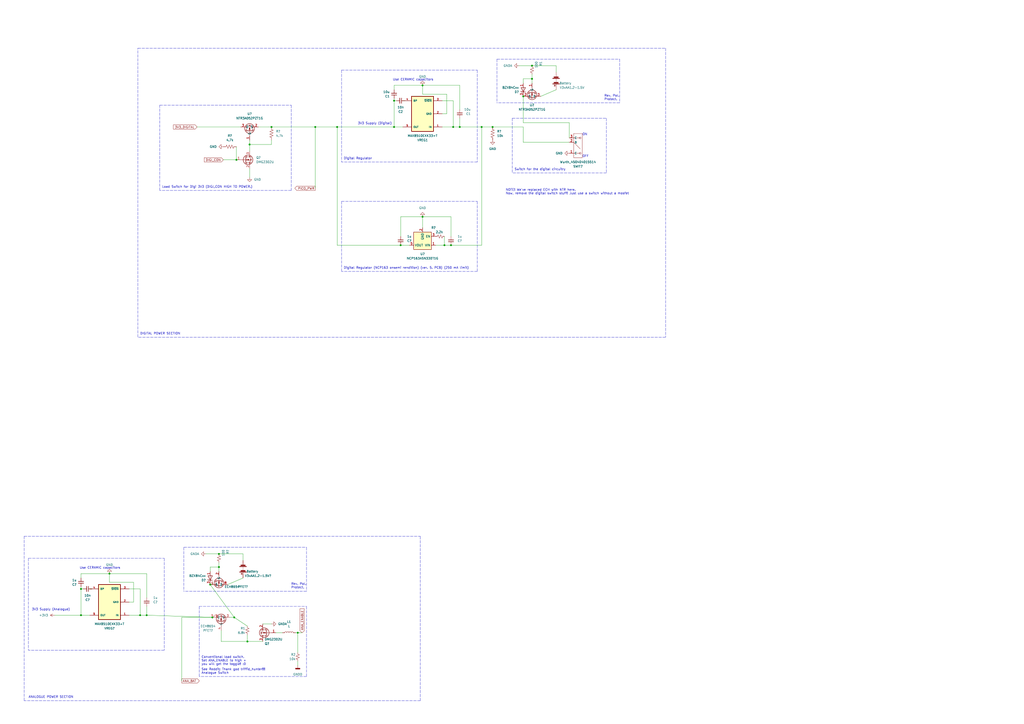
<source format=kicad_sch>
(kicad_sch (version 20211123) (generator eeschema)
  (paper "A2")
  (lib_symbols
    (symbol "Device:Battery" (pin_numbers hide) (pin_names (offset 0) hide)
      (property "Reference" "BT" (at 2.54 2.54 0))
      (property "Value" "Battery" (at 2.54 0 0))
      (symbol "Battery_0_1"
        (rectangle (start -2.032 -1.397) (end 2.032 -1.651) (fill (type outline)))
        (rectangle (start -2.032 1.778) (end 2.032 1.524) (fill (type outline)))
        (rectangle (start -1.3208 -1.9812) (end 1.27 -2.4892) (fill (type outline)))
        (rectangle (start -1.3208 1.1938) (end 1.27 0.6858) (fill (type outline)))
        (polyline (pts (xy 0 -1.524) (xy 0 -1.27)))
        (polyline (pts (xy 0 -1.016) (xy 0 -0.762)))
        (polyline (pts (xy 0 -0.508) (xy 0 -0.254)))
        (polyline (pts (xy 0 0) (xy 0 0.254)))
        (polyline (pts (xy 0 0.508) (xy 0 0.762)))
        (polyline (pts (xy 0 1.778) (xy 0 2.54)))
        (polyline (pts (xy 0.254 2.667) (xy 1.27 2.667)) (stroke (width 0.254)))
        (polyline (pts (xy 0.762 3.175) (xy 0.762 2.159)) (stroke (width 0.254)))
      )
      (symbol "Battery_1_1"
        (pin passive line (at 0 5.08 270) (length 2.54) (name "+") (number "1"))
        (pin passive line (at 0 -5.08 90) (length 2.54) (name "-") (number "2"))
      )
    )
    (symbol "Device:C_Small" (pin_numbers hide) (pin_names (offset 0.254) hide)
      (property "Reference" "C" (at 0.254 1.778 0))
      (property "Value" "C_Small" (at 0.254 -2.032 0))
      (symbol "C_Small_0_1"
        (polyline (pts (xy -1.524 -0.508) (xy 1.524 -0.508)) (stroke (width 0.3302)))
        (polyline (pts (xy -1.524 0.508) (xy 1.524 0.508)) (stroke (width 0.3048)))
      )
      (symbol "C_Small_1_1"
        (pin passive line (at 0 2.54 270) (length 2.032) (name "~") (number "1"))
        (pin passive line (at 0 -2.54 90) (length 2.032) (name "~") (number "2"))
      )
    )
    (symbol "Device:L" (pin_numbers hide) (pin_names (offset 1.016) hide)
      (property "Reference" "L" (at -1.27 0 90))
      (property "Value" "L" (at 1.905 0 90))
      (symbol "L_0_1"
        (arc (start 0 -2.54) (mid 0.635 -1.905) (end 0 -1.27))
        (arc (start 0 -1.27) (mid 0.635 -0.635) (end 0 0))
        (arc (start 0 0) (mid 0.635 0.635) (end 0 1.27))
        (arc (start 0 1.27) (mid 0.635 1.905) (end 0 2.54))
      )
      (symbol "L_1_1"
        (pin passive line (at 0 3.81 270) (length 1.27) (name "1") (number "1"))
        (pin passive line (at 0 -3.81 90) (length 1.27) (name "2") (number "2"))
      )
    )
    (symbol "Device:R_Small_US" (pin_numbers hide) (pin_names (offset 0.254) hide)
      (property "Reference" "R" (at 0.762 0.508 0))
      (property "Value" "R_Small_US" (at 0.762 -1.016 0))
      (symbol "R_Small_US_1_1"
        (polyline (pts (xy 0 0) (xy 1.016 -0.381) (xy 0 -0.762) (xy -1.016 -1.143) (xy 0 -1.524)))
        (polyline (pts (xy 0 1.524) (xy 1.016 1.143) (xy 0 0.762) (xy -1.016 0.381) (xy 0 0)))
        (pin passive line (at 0 2.54 270) (length 1.016) (name "~") (number "1"))
        (pin passive line (at 0 -2.54 90) (length 1.016) (name "~") (number "2"))
      )
    )
    (symbol "Device:R_US" (pin_numbers hide) (pin_names (offset 0))
      (property "Reference" "R" (at 2.54 0 90))
      (property "Value" "R_US" (at -2.54 0 90))
      (symbol "R_US_0_1"
        (polyline (pts (xy 0 -2.286) (xy 0 -2.54)))
        (polyline (pts (xy 0 2.286) (xy 0 2.54)))
        (polyline (pts (xy 0 -0.762) (xy 1.016 -1.143) (xy 0 -1.524) (xy -1.016 -1.905) (xy 0 -2.286)))
        (polyline (pts (xy 0 0.762) (xy 1.016 0.381) (xy 0 0) (xy -1.016 -0.381) (xy 0 -0.762)))
        (polyline (pts (xy 0 2.286) (xy 1.016 1.905) (xy 0 1.524) (xy -1.016 1.143) (xy 0 0.762)))
      )
      (symbol "R_US_1_1"
        (pin passive line (at 0 3.81 270) (length 1.27) (name "~") (number "1"))
        (pin passive line (at 0 -3.81 90) (length 1.27) (name "~") (number "2"))
      )
    )
    (symbol "Diode:BZX84Cxx" (pin_names hide)
      (property "Reference" "D" (at 0 3.81 0))
      (property "Value" "BZX84Cxx" (at 0 -3.81 0))
      (symbol "BZX84Cxx_0_1"
        (polyline (pts (xy 1.27 0) (xy -1.27 0)))
        (polyline (pts (xy -1.27 -1.27) (xy -1.27 1.27) (xy -0.762 1.27)) (stroke (width 0.254)))
        (polyline (pts (xy 1.27 -1.27) (xy 1.27 1.27) (xy -1.27 0) (xy 1.27 -1.27)) (stroke (width 0.254)))
      )
      (symbol "BZX84Cxx_1_1"
        (pin passive line (at 3.81 0 180) (length 2.54) (name "A") (number "1"))
        (pin no_connect line (at 1.27 0 180) (length 2.54) hide (name "NC") (number "2"))
        (pin passive line (at -3.81 0 0) (length 2.54) (name "K") (number "3"))
      )
    )
    (symbol "ECH8654 _1"
      (property "Reference" "PFET?" (at -8.89 8.89 90))
      (property "Value" "ECH8654 " (at -7.62 11.43 90))
      (symbol "ECH8654 _1_0_1"
        (polyline (pts (xy -1.016 0) (xy -3.81 0)))
        (polyline (pts (xy -1.016 1.905) (xy -1.016 -1.905)) (stroke (width 0.254)))
        (polyline (pts (xy -0.508 -1.27) (xy -0.508 -2.286)) (stroke (width 0.254)))
        (polyline (pts (xy -0.508 0.508) (xy -0.508 -0.508)) (stroke (width 0.254)))
        (polyline (pts (xy -0.508 2.286) (xy -0.508 1.27)) (stroke (width 0.254)))
        (polyline (pts (xy 1.27 2.54) (xy 1.27 1.778)))
        (polyline (pts (xy 1.27 -2.54) (xy 1.27 0) (xy -0.508 0)))
        (polyline (pts (xy -0.508 1.778) (xy 2.032 1.778) (xy 2.032 -1.778) (xy -0.508 -1.778)))
        (polyline (pts (xy 1.016 0) (xy 0 0.381) (xy 0 -0.381) (xy 1.016 0)) (fill (type outline)))
        (polyline (pts (xy 1.524 -0.508) (xy 1.651 -0.381) (xy 2.413 -0.381) (xy 2.54 -0.254)))
        (polyline (pts (xy 2.032 -0.381) (xy 1.651 0.254) (xy 2.413 0.254) (xy 2.032 -0.381)))
        (circle (center 0.381 0) (radius 2.794) (stroke (width 0.254)))
        (circle (center 1.27 -1.778) (radius 0.254) (fill (type outline)))
        (circle (center 1.27 1.778) (radius 0.254) (fill (type outline)))
      )
      (symbol "ECH8654 _1_1_1"
        (pin passive line (at 1.27 -5.08 90) (length 2.54) (name "S") (number "3"))
        (pin passive line (at -6.35 0 0) (length 2.54) (name "G") (number "4"))
        (pin passive line (at 1.27 5.08 270) (length 2.54) (name "D") (number "5/6"))
      )
    )
    (symbol "ECH8654-TL-H_PFET:ECH8654 "
      (property "Reference" "PFET" (at 5.08 0 90))
      (property "Value" "ECH8654 " (at 7.62 0 90))
      (symbol "ECH8654 _0_1"
        (polyline (pts (xy -1.016 0) (xy -3.81 0)))
        (polyline (pts (xy -1.016 1.905) (xy -1.016 -1.905)) (stroke (width 0.254)))
        (polyline (pts (xy -0.508 -1.27) (xy -0.508 -2.286)) (stroke (width 0.254)))
        (polyline (pts (xy -0.508 0.508) (xy -0.508 -0.508)) (stroke (width 0.254)))
        (polyline (pts (xy -0.508 2.286) (xy -0.508 1.27)) (stroke (width 0.254)))
        (polyline (pts (xy 1.27 2.54) (xy 1.27 1.778)))
        (polyline (pts (xy 1.27 -2.54) (xy 1.27 0) (xy -0.508 0)))
        (polyline (pts (xy -0.508 1.778) (xy 2.032 1.778) (xy 2.032 -1.778) (xy -0.508 -1.778)))
        (polyline (pts (xy 1.016 0) (xy 0 0.381) (xy 0 -0.381) (xy 1.016 0)) (fill (type outline)))
        (polyline (pts (xy 1.524 -0.508) (xy 1.651 -0.381) (xy 2.413 -0.381) (xy 2.54 -0.254)))
        (polyline (pts (xy 2.032 -0.381) (xy 1.651 0.254) (xy 2.413 0.254) (xy 2.032 -0.381)))
        (circle (center 0.381 0) (radius 2.794) (stroke (width 0.254)))
        (circle (center 1.27 -1.778) (radius 0.254) (fill (type outline)))
        (circle (center 1.27 1.778) (radius 0.254) (fill (type outline)))
      )
      (symbol "ECH8654 _1_1"
        (pin passive line (at 1.27 -5.08 90) (length 2.54) (name "S") (number "1"))
        (pin passive line (at -6.35 0 0) (length 2.54) (name "G") (number "2"))
        (pin passive line (at 1.27 -5.08 90) (length 2.54) hide (name "S") (number "2"))
        (pin passive line (at 1.27 -5.08 90) (length 2.54) hide (name "S") (number "3"))
        (pin passive line (at 1.27 5.08 270) (length 2.54) (name "D") (number "8"))
      )
    )
    (symbol "MAX8510EXK33T:MAX8510EXK33T" (pin_names (offset 1.016))
      (property "Reference" "U" (at -12.7 11.1506 0))
      (property "Value" "MAX8510EXK33T" (at -12.7 -14.1478 0))
      (symbol "MAX8510EXK33T_0_0"
        (rectangle (start -12.7 10.16) (end 0 -10.16) (stroke (width 0.4064)) (fill (type background)))
        (pin input line (at -17.78 7.62 0) (length 5.08) (name "IN") (number "1"))
        (pin power_in line (at -17.78 0 0) (length 5.08) (name "GND") (number "2"))
        (pin bidirectional line (at -17.78 -7.62 0) (length 5.08) (name "~{SHDN}") (number "3"))
        (pin bidirectional line (at 5.08 -7.62 180) (length 5.08) (name "BP") (number "4"))
        (pin output line (at 5.08 7.62 180) (length 5.08) (name "OUT") (number "5"))
      )
    )
    (symbol "NTR3A052PZT1G:NTR3A052PZT1G"
      (property "Reference" "U" (at 0 0 0))
      (property "Value" "NTR3A052PZT1G" (at 0 0 0))
      (symbol "NTR3A052PZT1G_0_1"
        (circle (center -1.778 -3.81) (radius 0.254) (fill (type outline)))
        (circle (center 0 -4.699) (radius 2.794) (stroke (width 0.254)))
        (polyline (pts (xy -2.54 -3.81) (xy -1.778 -3.81)))
        (polyline (pts (xy -2.286 -5.588) (xy -1.27 -5.588)) (stroke (width 0.254)))
        (polyline (pts (xy -1.905 -6.096) (xy 1.905 -6.096)) (stroke (width 0.254)))
        (polyline (pts (xy -0.508 -5.588) (xy 0.508 -5.588)) (stroke (width 0.254)))
        (polyline (pts (xy 0 -6.096) (xy 0 -8.89)))
        (polyline (pts (xy 1.27 -5.588) (xy 2.286 -5.588)) (stroke (width 0.254)))
        (polyline (pts (xy 2.54 -3.81) (xy 0 -3.81) (xy 0 -5.588)))
        (polyline (pts (xy -1.778 -5.588) (xy -1.778 -3.048) (xy 1.778 -3.048) (xy 1.778 -5.588)))
        (polyline (pts (xy 0 -4.064) (xy -0.381 -5.08) (xy 0.381 -5.08) (xy 0 -4.064)) (fill (type outline)))
        (polyline (pts (xy 0.381 -3.048) (xy -0.254 -3.429) (xy -0.254 -2.667) (xy 0.381 -3.048)))
        (polyline (pts (xy 0.508 -3.556) (xy 0.381 -3.429) (xy 0.381 -2.667) (xy 0.254 -2.54)))
        (circle (center 1.778 -3.81) (radius 0.254) (fill (type outline)))
      )
      (symbol "NTR3A052PZT1G_1_1"
        (pin passive line (at 0 -11.43 90) (length 2.54) (name "G") (number "1"))
        (pin passive line (at 5.08 -3.81 180) (length 2.54) (name "S") (number "2"))
        (pin passive line (at -5.08 -3.81 0) (length 2.54) (name "D") (number "3"))
      )
    )
    (symbol "Regulator_Linear:NCP163ASN330T1G"
      (property "Reference" "U" (at 0 8.89 0))
      (property "Value" "NCP163ASN330T1G" (at 0 6.35 0))
      (symbol "NCP163ASN330T1G_0_1"
        (rectangle (start -5.08 5.08) (end 5.08 -5.08) (stroke (width 0.254)) (fill (type background)))
      )
      (symbol "NCP163ASN330T1G_1_1"
        (pin power_in line (at -7.62 2.54 0) (length 2.54) (name "VIN") (number "1"))
        (pin power_in line (at 0 -7.62 90) (length 2.54) (name "GND") (number "2"))
        (pin input line (at -7.62 -2.54 0) (length 2.54) (name "EN") (number "3"))
        (pin no_connect line (at 5.08 -2.54 180) (length 2.54) hide (name "NC") (number "4"))
        (pin power_out line (at 7.62 2.54 180) (length 2.54) (name "VOUT") (number "5"))
      )
    )
    (symbol "Transistor_FET:DMG2302U" (pin_names hide)
      (property "Reference" "Q" (at 5.08 1.905 0))
      (property "Value" "DMG2302U" (at 5.08 0 0))
      (symbol "DMG2302U_0_1"
        (polyline (pts (xy 0.254 0) (xy -2.54 0)))
        (polyline (pts (xy 0.254 1.905) (xy 0.254 -1.905)) (stroke (width 0.254)))
        (polyline (pts (xy 0.762 -1.27) (xy 0.762 -2.286)) (stroke (width 0.254)))
        (polyline (pts (xy 0.762 0.508) (xy 0.762 -0.508)) (stroke (width 0.254)))
        (polyline (pts (xy 0.762 2.286) (xy 0.762 1.27)) (stroke (width 0.254)))
        (polyline (pts (xy 2.54 2.54) (xy 2.54 1.778)))
        (polyline (pts (xy 2.54 -2.54) (xy 2.54 0) (xy 0.762 0)))
        (polyline (pts (xy 0.762 -1.778) (xy 3.302 -1.778) (xy 3.302 1.778) (xy 0.762 1.778)))
        (polyline (pts (xy 1.016 0) (xy 2.032 0.381) (xy 2.032 -0.381) (xy 1.016 0)) (fill (type outline)))
        (polyline (pts (xy 2.794 0.508) (xy 2.921 0.381) (xy 3.683 0.381) (xy 3.81 0.254)))
        (polyline (pts (xy 3.302 0.381) (xy 2.921 -0.254) (xy 3.683 -0.254) (xy 3.302 0.381)))
        (circle (center 1.651 0) (radius 2.794) (stroke (width 0.254)))
        (circle (center 2.54 -1.778) (radius 0.254) (fill (type outline)))
        (circle (center 2.54 1.778) (radius 0.254) (fill (type outline)))
      )
      (symbol "DMG2302U_1_1"
        (pin input line (at -5.08 0 0) (length 2.54) (name "G") (number "1"))
        (pin passive line (at 2.54 -5.08 90) (length 2.54) (name "S") (number "2"))
        (pin passive line (at 2.54 5.08 270) (length 2.54) (name "D") (number "3"))
      )
    )
    (symbol "Wurth_Switch:Wurth_450404015514"
      (property "Reference" "SWIT" (at 0 10.16 0))
      (property "Value" "Wurth_450404015514" (at 0 7.62 0))
      (symbol "Wurth_450404015514_0_0"
        (circle (center -1.27 -7.62) (radius 0.508))
        (circle (center -1.27 1.27) (radius 0.508))
      )
      (symbol "Wurth_450404015514_0_1"
        (rectangle (start -2.54 3.81) (end 2.54 -10.16))
        (polyline (pts (xy 2.54 -7.62) (xy -1.27 -7.62)))
        (polyline (pts (xy 2.54 -5.08) (xy -1.27 -1.27)))
        (polyline (pts (xy 2.54 1.27) (xy -1.27 1.27)))
      )
      (symbol "Wurth_450404015514_1_1"
        (pin passive line (at 5.08 1.27 180) (length 2.54) (name "C") (number "1"))
        (pin passive line (at 5.08 -5.08 180) (length 2.54) (name "B") (number "2"))
        (pin passive line (at 5.08 -7.62 180) (length 2.54) (name "C") (number "3"))
      )
    )
    (symbol "power:+3V3" (power) (pin_names (offset 0))
      (property "Value" "+3V3" (at 0 3.556 0))
      (symbol "+3V3_0_1"
        (polyline (pts (xy -0.762 1.27) (xy 0 2.54)))
        (polyline (pts (xy 0 0) (xy 0 2.54)))
        (polyline (pts (xy 0 2.54) (xy 0.762 1.27)))
      )
      (symbol "+3V3_1_1"
        (pin power_in line (at 0 0 90) (length 0) hide (name "+3V3") (number "1"))
      )
    )
    (symbol "power:GND" (power) (pin_names (offset 0))
      (property "Value" "GND" (at 0 -3.81 0))
      (symbol "GND_0_1"
        (polyline (pts (xy 0 0) (xy 0 -1.27) (xy 1.27 -1.27) (xy 0 -2.54) (xy -1.27 -1.27) (xy 0 -1.27)))
      )
      (symbol "GND_1_1"
        (pin power_in line (at 0 0 270) (length 0) hide (name "GND") (number "1"))
      )
    )
    (symbol "power:GNDA" (power) (pin_names (offset 0))
      (property "Value" "GNDA" (at 0 -3.81 0))
      (symbol "GNDA_0_1"
        (polyline (pts (xy 0 0) (xy 0 -1.27) (xy 1.27 -1.27) (xy 0 -2.54) (xy -1.27 -1.27) (xy 0 -1.27)))
      )
      (symbol "GNDA_1_1"
        (pin power_in line (at 0 0 270) (length 0) hide (name "GNDA") (number "1"))
      )
    )
    (symbol "power:GNDD" (power) (pin_names (offset 0))
      (property "Value" "GNDD" (at 0 -3.175 0))
      (symbol "GNDD_0_1"
        (rectangle (start -1.27 -1.524) (end 1.27 -2.032) (stroke (width 0.254)) (fill (type outline)))
        (polyline (pts (xy 0 0) (xy 0 -1.524)))
      )
      (symbol "GNDD_1_1"
        (pin power_in line (at 0 0 270) (length 0) hide (name "GNDD") (number "1"))
      )
    )
  )
  (junction (at 63.5 332.74))
  (junction (at 121.92 339.09))
  (junction (at 261.62 142.24))
  (junction (at 172.72 367.03))
  (junction (at 279.4 73.66))
  (junction (at 127 321.31))
  (junction (at 46.99 341.63))
  (junction (at 232.41 142.24))
  (junction (at 127 328.93))
  (junction (at 228.6 73.66))
  (junction (at 135.89 358.14))
  (junction (at 81.28 356.87))
  (junction (at 308.61 38.1))
  (junction (at 257.81 142.24))
  (junction (at 308.61 45.72))
  (junction (at 266.7 73.66))
  (junction (at 303.53 55.88))
  (junction (at 182.88 73.66))
  (junction (at 46.99 356.87))
  (junction (at 245.11 125.73))
  (junction (at 137.16 92.71))
  (junction (at 85.09 356.87))
  (junction (at 157.48 73.66))
  (junction (at 195.58 73.66))
  (junction (at 228.6 58.42))
  (junction (at 245.11 49.53))
  (junction (at 123.19 358.14))
  (junction (at 262.89 73.66))
  (junction (at 143.51 372.11))
  (junction (at 285.75 73.66))
  (junction (at 144.78 83.82))
  (wire (pts (xy 144.78 87.63) (xy 144.78 83.82)))
  (polyline (pts (xy 351.79 100.33) (xy 297.18 100.33)))
  (wire (pts (xy 85.09 356.87) (xy 85.09 351.79)))
  (polyline (pts (xy 168.91 60.96) (xy 168.91 110.49)))
  (polyline (pts (xy 168.91 110.49) (xy 92.71 110.49)))
  (wire (pts (xy 77.47 337.82) (xy 63.5 337.82)))
  (polyline (pts (xy 115.57 351.79) (xy 177.8 351.79)))
  (wire (pts (xy 261.62 125.73) (xy 261.62 137.16)))
  (polyline (pts (xy 198.12 40.64) (xy 276.86 40.64)))
  (polyline (pts (xy 276.86 40.64) (xy 276.86 93.98)))
  (wire (pts (xy 46.99 356.87) (xy 31.75 356.87)))
  (wire (pts (xy 252.73 142.24) (xy 257.81 142.24)))
  (wire (pts (xy 85.09 356.87) (xy 81.28 356.87)))
  (wire (pts (xy 313.69 55.88) (xy 322.58 52.07)))
  (wire (pts (xy 182.88 73.66) (xy 182.88 109.22)))
  (wire (pts (xy 279.4 73.66) (xy 285.75 73.66)))
  (wire (pts (xy 135.89 358.14) (xy 133.35 358.14)))
  (wire (pts (xy 259.08 66.04) (xy 256.54 66.04)))
  (wire (pts (xy 157.48 81.28) (xy 157.48 83.82)))
  (wire (pts (xy 308.61 45.72) (xy 308.61 48.26)))
  (polyline (pts (xy 386.08 27.94) (xy 386.08 195.58)))
  (wire (pts (xy 172.72 367.03) (xy 172.72 378.46)))
  (wire (pts (xy 157.48 73.66) (xy 182.88 73.66)))
  (wire (pts (xy 127 328.93) (xy 127 331.47)))
  (wire (pts (xy 262.89 58.42) (xy 262.89 73.66)))
  (wire (pts (xy 245.11 132.08) (xy 245.11 125.73)))
  (wire (pts (xy 266.7 49.53) (xy 245.11 49.53)))
  (polyline (pts (xy 359.41 59.69) (xy 288.29 59.69)))
  (wire (pts (xy 46.99 340.36) (xy 46.99 341.63)))
  (wire (pts (xy 300.99 38.1) (xy 308.61 38.1)))
  (polyline (pts (xy 243.84 311.15) (xy 243.84 406.4)))
  (wire (pts (xy 121.92 328.93) (xy 127 328.93)))
  (polyline (pts (xy 198.12 40.64) (xy 198.12 93.98)))
  (wire (pts (xy 195.58 142.24) (xy 195.58 73.66)))
  (wire (pts (xy 128.27 372.11) (xy 143.51 372.11)))
  (polyline (pts (xy 177.8 342.9) (xy 106.68 342.9)))
  (wire (pts (xy 157.48 83.82) (xy 144.78 83.82)))
  (polyline (pts (xy 351.79 68.58) (xy 351.79 100.33)))
  (wire (pts (xy 129.54 92.71) (xy 137.16 92.71)))
  (wire (pts (xy 85.09 356.87) (xy 123.19 358.14)))
  (wire (pts (xy 262.89 73.66) (xy 256.54 73.66)))
  (polyline (pts (xy 106.68 317.5) (xy 106.68 342.9)))
  (polyline (pts (xy 243.84 406.4) (xy 13.97 406.4)))
  (wire (pts (xy 266.7 63.5) (xy 266.7 49.53)))
  (wire (pts (xy 266.7 73.66) (xy 262.89 73.66)))
  (wire (pts (xy 303.53 55.88) (xy 303.53 71.12)))
  (polyline (pts (xy 92.71 110.49) (xy 92.71 60.96)))
  (wire (pts (xy 266.7 73.66) (xy 279.4 73.66)))
  (wire (pts (xy 114.3 73.66) (xy 139.7 73.66)))
  (polyline (pts (xy 359.41 34.29) (xy 359.41 59.69)))
  (wire (pts (xy 232.41 137.16) (xy 232.41 125.73)))
  (wire (pts (xy 172.72 367.03) (xy 171.45 367.03)))
  (polyline (pts (xy 177.8 317.5) (xy 177.8 342.9)))
  (wire (pts (xy 85.09 332.74) (xy 63.5 332.74)))
  (wire (pts (xy 232.41 142.24) (xy 237.49 142.24)))
  (wire (pts (xy 330.2 71.12) (xy 330.2 80.01)))
  (polyline (pts (xy 95.25 377.19) (xy 16.51 377.19)))
  (wire (pts (xy 149.86 73.66) (xy 157.48 73.66)))
  (wire (pts (xy 46.99 332.74) (xy 63.5 332.74)))
  (polyline (pts (xy 177.8 351.79) (xy 177.8 392.43)))
  (wire (pts (xy 132.08 339.09) (xy 140.97 335.28)))
  (wire (pts (xy 137.16 85.09) (xy 137.16 92.71)))
  (wire (pts (xy 303.53 71.12) (xy 330.2 71.12)))
  (wire (pts (xy 121.92 339.09) (xy 135.89 358.14)))
  (wire (pts (xy 322.58 41.91) (xy 322.58 38.1)))
  (wire (pts (xy 232.41 125.73) (xy 245.11 125.73)))
  (wire (pts (xy 256.54 58.42) (xy 262.89 58.42)))
  (wire (pts (xy 123.19 337.82) (xy 123.19 339.09)))
  (wire (pts (xy 228.6 49.53) (xy 245.11 49.53)))
  (wire (pts (xy 144.78 81.28) (xy 144.78 83.82)))
  (wire (pts (xy 119.38 321.31) (xy 127 321.31)))
  (wire (pts (xy 46.99 341.63) (xy 48.26 341.63)))
  (polyline (pts (xy 198.12 116.84) (xy 198.12 157.48)))
  (wire (pts (xy 46.99 335.28) (xy 46.99 332.74)))
  (polyline (pts (xy 16.51 323.85) (xy 95.25 323.85)))
  (wire (pts (xy 127 326.39) (xy 127 328.93)))
  (wire (pts (xy 266.7 73.66) (xy 266.7 68.58)))
  (polyline (pts (xy 198.12 116.84) (xy 276.86 116.84)))
  (wire (pts (xy 52.07 356.87) (xy 46.99 356.87)))
  (wire (pts (xy 228.6 73.66) (xy 228.6 58.42)))
  (wire (pts (xy 143.51 368.3) (xy 143.51 372.11)))
  (polyline (pts (xy 13.97 406.4) (xy 13.97 311.15)))
  (wire (pts (xy 143.51 372.11) (xy 152.4 372.11)))
  (wire (pts (xy 322.58 38.1) (xy 308.61 38.1)))
  (wire (pts (xy 234.95 58.42) (xy 233.68 58.42)))
  (polyline (pts (xy 16.51 323.85) (xy 16.51 377.19)))
  (polyline (pts (xy 80.01 27.94) (xy 386.08 27.94)))
  (wire (pts (xy 303.53 48.26) (xy 303.53 45.72)))
  (wire (pts (xy 303.53 82.55) (xy 330.2 82.55)))
  (wire (pts (xy 182.88 73.66) (xy 195.58 73.66)))
  (wire (pts (xy 195.58 73.66) (xy 228.6 73.66)))
  (wire (pts (xy 308.61 43.18) (xy 308.61 45.72)))
  (wire (pts (xy 121.92 331.47) (xy 121.92 328.93)))
  (wire (pts (xy 259.08 66.04) (xy 259.08 54.61)))
  (polyline (pts (xy 177.8 392.43) (xy 115.57 392.43)))
  (wire (pts (xy 279.4 142.24) (xy 279.4 73.66)))
  (polyline (pts (xy 276.86 93.98) (xy 198.12 93.98)))
  (wire (pts (xy 261.62 142.24) (xy 279.4 142.24)))
  (wire (pts (xy 144.78 102.87) (xy 144.78 97.79)))
  (wire (pts (xy 233.68 73.66) (xy 228.6 73.66)))
  (wire (pts (xy 245.11 125.73) (xy 261.62 125.73)))
  (polyline (pts (xy 80.01 195.58) (xy 80.01 27.94)))
  (wire (pts (xy 152.4 361.95) (xy 157.48 361.95)))
  (wire (pts (xy 77.47 349.25) (xy 77.47 337.82)))
  (wire (pts (xy 46.99 356.87) (xy 46.99 341.63)))
  (wire (pts (xy 303.53 45.72) (xy 308.61 45.72)))
  (wire (pts (xy 140.97 325.12) (xy 140.97 321.31)))
  (polyline (pts (xy 106.68 317.5) (xy 177.8 317.5)))
  (wire (pts (xy 160.02 367.03) (xy 163.83 367.03)))
  (wire (pts (xy 81.28 341.63) (xy 81.28 356.87)))
  (wire (pts (xy 128.27 365.76) (xy 128.27 372.11)))
  (wire (pts (xy 228.6 52.07) (xy 228.6 49.53)))
  (wire (pts (xy 53.34 341.63) (xy 52.07 341.63)))
  (wire (pts (xy 81.28 356.87) (xy 74.93 356.87)))
  (wire (pts (xy 257.81 142.24) (xy 257.81 137.16)))
  (wire (pts (xy 74.93 341.63) (xy 81.28 341.63)))
  (wire (pts (xy 85.09 346.71) (xy 85.09 332.74)))
  (polyline (pts (xy 288.29 34.29) (xy 359.41 34.29)))
  (wire (pts (xy 140.97 321.31) (xy 127 321.31)))
  (wire (pts (xy 105.41 358.14) (xy 105.41 394.97)))
  (wire (pts (xy 63.5 337.82) (xy 63.5 332.74)))
  (wire (pts (xy 77.47 349.25) (xy 74.93 349.25)))
  (wire (pts (xy 245.11 54.61) (xy 245.11 49.53)))
  (wire (pts (xy 175.26 367.03) (xy 172.72 367.03)))
  (polyline (pts (xy 92.71 60.96) (xy 168.91 60.96)))
  (polyline (pts (xy 276.86 116.84) (xy 276.86 157.48)))
  (polyline (pts (xy 288.29 34.29) (xy 288.29 59.69)))
  (polyline (pts (xy 95.25 323.85) (xy 95.25 377.19)))
  (wire (pts (xy 259.08 54.61) (xy 245.11 54.61)))
  (wire (pts (xy 123.19 339.09) (xy 121.92 339.09)))
  (polyline (pts (xy 276.86 157.48) (xy 198.12 157.48)))
  (polyline (pts (xy 386.08 195.58) (xy 80.01 195.58)))
  (wire (pts (xy 285.75 73.66) (xy 303.53 73.66)))
  (polyline (pts (xy 297.18 68.58) (xy 297.18 100.33)))
  (wire (pts (xy 228.6 58.42) (xy 229.87 58.42)))
  (wire (pts (xy 228.6 57.15) (xy 228.6 58.42)))
  (wire (pts (xy 123.19 358.14) (xy 105.41 358.14)))
  (polyline (pts (xy 115.57 351.79) (xy 115.57 392.43)))
  (wire (pts (xy 257.81 142.24) (xy 261.62 142.24)))
  (polyline (pts (xy 13.97 311.15) (xy 243.84 311.15)))
  (wire (pts (xy 172.72 383.54) (xy 172.72 386.08)))
  (polyline (pts (xy 297.18 68.58) (xy 351.79 68.58)))
  (wire (pts (xy 303.53 73.66) (xy 303.53 82.55)))
  (wire (pts (xy 232.41 142.24) (xy 195.58 142.24)))
  (wire (pts (xy 135.89 358.14) (xy 143.51 363.22)))
  (text "Use CERAMIC capacitors" (at 251.46 46.99 180) (effects (font (size 1.27 1.27)) (justify right bottom)))
  (text "Rev. Pol.\nProtect." (at 168.91 341.63 0) (effects (font (size 1.27 1.27)) (justify left bottom)))
  (text "ANALOGUE POWER SECTION" (at 16.51 405.13 0) (effects (font (size 1.27 1.27)) (justify left bottom)))
  (text "Conventional load switch.\nSet ANA_ENABLE to high +\nyou will get the toggle! :D" (at 116.84 386.08 0) (effects (font (size 1.27 1.27)) (justify left bottom)))
  (text "See Reddit: Thank god triffid_hunter!!!\nAnalogue Switch" (at 116.84 391.16 0) (effects (font (size 1.27 1.27)) (justify left bottom)))
  (text "OFF" (at 337.82 91.44 0) (effects (font (size 1.27 1.27)) (justify left bottom)))
  (text "Digital Regulator (NCP163 onsemi rendition) (ver. 5. PCB) (250 mA limit)" (at 199.39 156.21 0) (effects (font (size 1.27 1.27)) (justify left bottom)))
  (text "ON" (at 337.82 78.74 0) (effects (font (size 1.27 1.27)) (justify left bottom)))
  (text "3V3 Supply (Digital)" (at 227.33 72.39 180) (effects (font (size 1.27 1.27)) (justify right bottom)))
  (text "3V3 Supply (Analogue)" (at 40.64 354.33 180) (effects (font (size 1.27 1.27)) (justify right bottom)))
  (text "Rev. Pol.\nProtect." (at 350.52 58.42 0) (effects (font (size 1.27 1.27)) (justify left bottom)))
  (text "Load Switch for Digi 3V3 (DIGI_CON HIGH TO POWER.)" (at 93.98 109.22 0) (effects (font (size 1.27 1.27)) (justify left bottom)))
  (text "Use CERAMIC capacitors" (at 69.85 330.2 180) (effects (font (size 1.27 1.27)) (justify right bottom)))
  (text "Digital Regulator " (at 199.39 92.71 0) (effects (font (size 1.27 1.27)) (justify left bottom)))
  (text "DIGITAL POWER SECTION" (at 81.28 194.31 0) (effects (font (size 1.27 1.27)) (justify left bottom)))
  (text "Switch for the digital circuitry" (at 298.45 99.06 0) (effects (font (size 1.27 1.27)) (justify left bottom)))
  (text "NOTE! We've replaced ECH with NTR here. \nNow, remove the digital switch stuff! Just use a switch without a mosfet" (at 293.37 113.03 0) (effects (font (size 1.27 1.27)) (justify left bottom)))
  (global_label "ANA_ENABLE" (shape input) (at 175.26 367.03 90) (property "Intersheet References" "${INTERSHEET_REFS}" (effects hide)))
  (global_label "PICO_PWR" (shape output) (at 182.88 109.22 180) (property "Intersheet References" "${INTERSHEET_REFS}" (effects hide)))
  (global_label "ANA_BAT" (shape output) (at 105.41 394.97 0) (property "Intersheet References" "${INTERSHEET_REFS}" (effects hide)))
  (global_label "DIGI_CON" (shape input) (at 129.54 92.71 180) (property "Intersheet References" "${INTERSHEET_REFS}" (effects hide)))
  (global_label "3V3_DIGITAL" (shape input) (at 114.3 73.66 180) (property "Intersheet References" "${INTERSHEET_REFS}" (effects hide)))
  (symbol (lib_id "Device:C_Small") (at 266.7 66.04 180) (unit 1)
    (property "Reference" "C1" (at 273.05 66.04 0) (effects (justify left)))
    (property "Value" "10u" (at 273.05 63.5 0) (effects (justify left)))
  )
  (symbol (lib_id "MAX8510EXK33T:MAX8510EXK33T") (at 57.15 349.25 180) (unit 1)
    (property "Reference" "VREG?" (at 63.5 364.49 0))
    (property "Value" "MAX8510EXK33+T" (at 63.5 361.95 0))
    (property "Footprint" "SOT65P210X110-5N" (effects hide))
  )
  (symbol (lib_id "MAX8510EXK33T:MAX8510EXK33T") (at 238.76 66.04 180) (unit 1)
    (property "Reference" "VREG1" (at 245.11 81.28 0))
    (property "Value" "MAX8510EXK33+T" (at 245.11 78.74 0))
    (property "Footprint" "SOT65P210X110-5N" (effects hide))
  )
  (symbol (lib_id "Device:R_Small_US") (at 143.51 365.76 180) (unit 1)
    (property "Reference" "R1" (at 142.24 364.49 0) (effects (justify left)))
    (property "Value" "6.8k" (at 142.24 367.03 0) (effects (justify left)))
  )
  (symbol (lib_id "Device:L") (at 167.64 367.03 90) (unit 1)
    (property "Reference" "L1" (at 167.64 360.68 90))
    (property "Value" "L" (at 167.64 363.22 90))
  )
  (symbol (lib_id "Device:R_Small_US") (at 308.61 40.64 180) (unit 1)
    (property "Reference" "R1" (at 313.69 35.56 90) (effects (justify left)))
    (property "Value" "100" (at 311.15 35.56 90) (effects (justify left)))
  )
  (symbol (lib_id "Device:R_Small_US") (at 255.27 137.16 270) (unit 1)
    (property "Reference" "R?" (at 250.19 132.08 90) (effects (justify left)))
    (property "Value" "2.2k" (at 252.73 134.62 90) (effects (justify left)))
  )
  (symbol (lib_id "power:GND") (at 285.75 81.28 0) (unit 1)
    (property "Reference" "#PWR?" (effects hide))
    (property "Value" "GND" (at 285.75 86.36 0))
  )
  (symbol (lib_id "Transistor_FET:DMG2302U") (at 154.94 367.03 180) (unit 1)
    (property "Reference" "Q?" (at 156.21 373.38 0) (effects (justify left)))
    (property "Value" "DMG2302U" (at 163.83 370.84 0) (effects (justify left)))
    (property "Footprint" "Package_TO_SOT_SMD:SOT-23" (effects hide))
    (property "Datasheet" "http://www.diodes.com/assets/Datasheets/DMG2302U.pdf" (effects hide))
  )
  (symbol (lib_id "Device:R_Small_US") (at 127 323.85 180) (unit 1)
    (property "Reference" "R?" (at 132.08 318.77 90) (effects (justify left)))
    (property "Value" "100" (at 129.54 318.77 90) (effects (justify left)))
  )
  (symbol (lib_id "Device:R_US") (at 285.75 77.47 0) (unit 1)
    (property "Reference" "R?" (at 288.29 76.1999 0) (effects (justify left)))
    (property "Value" "10k" (at 288.29 78.7399 0) (effects (justify left)))
  )
  (symbol (lib_id "Device:C_Small") (at 261.62 139.7 180) (unit 1)
    (property "Reference" "C?" (at 267.97 139.7 0) (effects (justify left)))
    (property "Value" "1u" (at 267.97 137.16 0) (effects (justify left)))
  )
  (symbol (lib_id "Device:C_Small") (at 50.8 341.63 270) (unit 1)
    (property "Reference" "C?" (at 50.7937 347.98 90))
    (property "Value" "10n" (at 50.7937 345.44 90))
  )
  (symbol (lib_id "Device:C_Small") (at 85.09 349.25 180) (unit 1)
    (property "Reference" "C?" (at 91.44 349.25 0) (effects (justify left)))
    (property "Value" "1u" (at 91.44 346.71 0) (effects (justify left)))
  )
  (symbol (lib_id "power:GND") (at 245.11 49.53 180) (unit 1)
    (property "Reference" "#PWR?" (effects hide))
    (property "Value" "GND" (at 245.11 44.45 0))
  )
  (symbol (lib_id "power:+3V3") (at 31.75 356.87 90) (unit 1)
    (property "Reference" "#PWR?" (effects hide))
    (property "Value" "+3V3" (at 27.94 356.8701 90) (effects (justify left)))
  )
  (symbol (lib_id "Device:C_Small") (at 232.41 139.7 180) (unit 1)
    (property "Reference" "C?" (at 238.76 139.7 0) (effects (justify left)))
    (property "Value" "1u" (at 238.76 137.16 0) (effects (justify left)))
  )
  (symbol (lib_id "Device:Battery") (at 140.97 330.2 180) (unit 1)
    (property "Reference" "V3xAA1.2-1.5V?" (at 157.48 334.01 0) (effects (justify left)))
    (property "Value" "Battery" (at 149.86 331.47 0) (effects (justify left)))
  )
  (symbol (lib_id "Device:C_Small") (at 46.99 337.82 180) (unit 1)
    (property "Reference" "C?" (at 44.45 339.0838 0) (effects (justify left)))
    (property "Value" "1u" (at 44.45 336.5438 0) (effects (justify left)))
  )
  (symbol (lib_id "Device:Battery") (at 322.58 46.99 180) (unit 1)
    (property "Reference" "V3xAA1.2-1.5V" (at 339.09 50.8 0) (effects (justify left)))
    (property "Value" "Battery" (at 331.47 48.26 0) (effects (justify left)))
  )
  (symbol (lib_id "Diode:BZX84Cxx") (at 121.92 335.28 90) (unit 1)
    (property "Reference" "D?" (at 119.38 336.5501 90) (effects (justify left)))
    (property "Value" "BZX84Cxx" (at 119.38 334.0101 90) (effects (justify left)))
    (property "Footprint" "Package_TO_SOT_SMD:SOT-23" (effects hide))
    (property "Datasheet" "https://diotec.com/tl_files/diotec/files/pdf/datasheets/bzx84c2v4.pdf" (effects hide))
  )
  (symbol (lib_id "power:GND") (at 330.2 88.9 270) (unit 1)
    (property "Reference" "#PWR?" (effects hide))
    (property "Value" "GND" (at 326.39 88.8999 90) (effects (justify right)))
  )
  (symbol (lib_id "power:GNDD") (at 172.72 386.08 0) (unit 1)
    (property "Reference" "#PWR?" (effects hide))
    (property "Value" "GNDD" (at 172.72 391.16 0))
  )
  (symbol (lib_id "Regulator_Linear:NCP163ASN330T1G") (at 245.11 139.7 180) (unit 1)
    (property "Reference" "U?" (at 245.11 147.32 0))
    (property "Value" "NCP163ASN330T1G" (at 245.11 149.86 0))
    (property "Footprint" "Package_TO_SOT_SMD:SOT-23-5" (effects hide))
    (property "Datasheet" "https://www.onsemi.com/pdf/datasheet/ncp163-d.pdf" (effects hide))
  )
  (symbol (lib_id "power:GND") (at 129.54 85.09 270) (unit 1)
    (property "Reference" "#PWR?" (effects hide))
    (property "Value" "GND" (at 125.73 85.0899 90) (effects (justify right)))
  )
  (symbol (lib_id "Device:R_US") (at 133.35 85.09 90) (unit 1)
    (property "Reference" "R?" (at 133.35 78.74 90))
    (property "Value" "4.7k" (at 133.35 81.28 90))
  )
  (symbol (lib_id "power:GNDA") (at 300.99 38.1 270) (unit 1)
    (property "Reference" "#PWR?" (effects hide))
    (property "Value" "GNDA" (at 297.18 38.1001 90) (effects (justify right)))
  )
  (symbol (lib_id "Device:C_Small") (at 232.41 58.42 270) (unit 1)
    (property "Reference" "C2" (at 232.4037 64.77 90))
    (property "Value" "10n" (at 232.4037 62.23 90))
  )
  (symbol (lib_id "Wurth_Switch:Wurth_450404015514") (at 335.28 87.63 180) (unit 1)
    (property "Reference" "SWIT?" (at 335.28 96.52 0))
    (property "Value" "Wurth_450404015514" (at 335.28 93.98 0))
  )
  (symbol (lib_id "power:GNDA") (at 119.38 321.31 270) (unit 1)
    (property "Reference" "#PWR?" (effects hide))
    (property "Value" "GNDA" (at 115.57 321.3101 90) (effects (justify right)))
  )
  (symbol (lib_id "Device:C_Small") (at 228.6 54.61 180) (unit 1)
    (property "Reference" "C1" (at 226.06 55.8738 0) (effects (justify left)))
    (property "Value" "10u" (at 226.06 53.3338 0) (effects (justify left)))
  )
  (symbol (lib_id "power:GND") (at 63.5 332.74 180) (unit 1)
    (property "Reference" "#PWR?" (effects hide))
    (property "Value" "GND" (at 63.5 327.66 0))
  )
  (symbol (lib_id "NTR3A052PZT1G:NTR3A052PZT1G") (at 308.61 59.69 180) (unit 1)
    (property "Reference" "U?" (at 308.61 60.96 0))
    (property "Value" "NTR3A052PZT1G" (at 308.61 63.5 0))
  )
  (symbol (lib_id "power:GND") (at 245.11 125.73 180) (unit 1)
    (property "Reference" "#PWR?" (effects hide))
    (property "Value" "GND" (at 245.11 120.65 0))
  )
  (symbol (lib_id "Device:R_US") (at 157.48 77.47 0) (unit 1)
    (property "Reference" "R?" (at 160.02 76.1999 0) (effects (justify left)))
    (property "Value" "4.7k" (at 160.02 78.7399 0) (effects (justify left)))
  )
  (symbol (lib_id "Transistor_FET:DMG2302U") (at 142.24 92.71 0) (unit 1)
    (property "Reference" "Q?" (at 148.59 91.4399 0) (effects (justify left)))
    (property "Value" "DMG2302U" (at 148.59 93.9799 0) (effects (justify left)))
    (property "Footprint" "Package_TO_SOT_SMD:SOT-23" (effects hide))
    (property "Datasheet" "http://www.diodes.com/assets/Datasheets/DMG2302U.pdf" (effects hide))
  )
  (symbol (lib_id "power:GND") (at 144.78 102.87 0) (unit 1)
    (property "Reference" "#PWR?" (effects hide))
    (property "Value" "GND" (at 147.32 104.1399 0) (effects (justify left)))
  )
  (symbol (lib_name "ECH8654 _1") (lib_id "ECH8654-TL-H_PFET:ECH8654 ") (at 128.27 359.41 90) (unit 1)
    (property "Reference" "PFET?" (at 120.65 365.76 90))
    (property "Value" "ECH8654 " (at 120.65 363.22 90))
    (property "Datasheet" "https://www.onsemi.com/products/discrete-power-modules/mosfets/ech8654" (effects hide))
    (property "Spice_Primitive" "X" (effects hide))
    (property "Spice_Model" "ECH8654TopLevel" (effects hide))
    (property "Spice_Netlist_Enabled" "Y" (effects hide))
    (property "Spice_Lib_File" "C:\\Users\\Callicious\\Documents\\Prog\\pycharm\\EvaBatProject\\Schematics\\KiCad Schemas\\ECH8654-SPICE-D.rev1\\ECH8654-SPICE-D.lib" (effects hide))
  )
  (symbol (lib_id "Device:R_Small_US") (at 172.72 381 180) (unit 1)
    (property "Reference" "R2" (at 171.45 379.73 0) (effects (justify left)))
    (property "Value" "10k" (at 171.45 382.27 0) (effects (justify left)))
  )
  (symbol (lib_id "NTR3A052PZT1G:NTR3A052PZT1G") (at 144.78 69.85 0) (unit 1)
    (property "Reference" "U?" (at 144.78 66.04 0))
    (property "Value" "NTR3A052PZT1G" (at 144.78 68.58 0))
  )
  (symbol (lib_id "Diode:BZX84Cxx") (at 303.53 52.07 90) (unit 1)
    (property "Reference" "D?" (at 300.99 53.3401 90) (effects (justify left)))
    (property "Value" "BZX84Cxx" (at 300.99 50.8001 90) (effects (justify left)))
    (property "Footprint" "Package_TO_SOT_SMD:SOT-23" (effects hide))
    (property "Datasheet" "https://diotec.com/tl_files/diotec/files/pdf/datasheets/bzx84c2v4.pdf" (effects hide))
  )
  (symbol (lib_id "ECH8654-TL-H_PFET:ECH8654 ") (at 127 337.82 270) (unit 1)
    (property "Reference" "PFET?" (at 140.97 340.36 90))
    (property "Value" "ECH8654 " (at 134.62 340.36 90))
    (property "Datasheet" "https://www.onsemi.com/products/discrete-power-modules/mosfets/ech8654" (effects hide))
    (property "Spice_Primitive" "X" (effects hide))
    (property "Spice_Model" "ECH8654TopLevel" (effects hide))
    (property "Spice_Netlist_Enabled" "Y" (effects hide))
    (property "Spice_Lib_File" "C:\\Users\\Callicious\\Documents\\Prog\\pycharm\\EvaBatProject\\Schematics\\KiCad Schemas\\ECH8654-SPICE-D.rev1\\ECH8654-SPICE-D.lib" (effects hide))
  )
  (symbol (lib_id "power:GNDA") (at 157.48 361.95 90) (unit 1)
    (property "Reference" "#PWR?" (effects hide))
    (property "Value" "GNDA" (at 161.29 361.9499 90) (effects (justify right)))
  )
)
</source>
